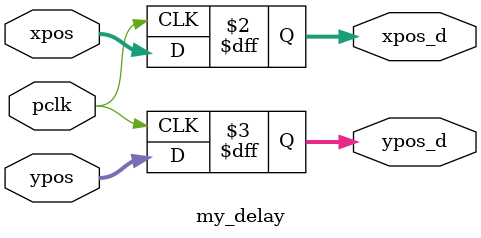
<source format=v>
`timescale 1ns / 1ps


module my_delay(
    input wire pclk,
    input wire [11:0] xpos, ypos,
    output reg [11:0] xpos_d, ypos_d
    );
    
    always @(posedge pclk)
        begin
            xpos_d <= xpos;
            ypos_d <= ypos;
        end
endmodule

</source>
